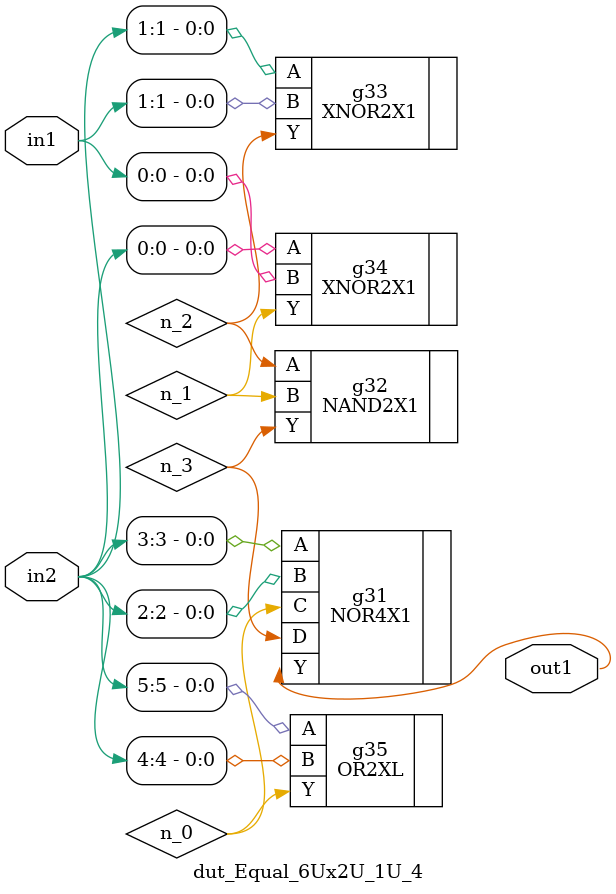
<source format=v>
`timescale 1ps / 1ps


module dut_Equal_6Ux2U_1U_4(in2, in1, out1);
  input [5:0] in2;
  input [1:0] in1;
  output out1;
  wire [5:0] in2;
  wire [1:0] in1;
  wire out1;
  wire n_0, n_1, n_2, n_3;
  NOR4X1 g31(.A (in2[3]), .B (in2[2]), .C (n_0), .D (n_3), .Y (out1));
  NAND2X1 g32(.A (n_2), .B (n_1), .Y (n_3));
  XNOR2X1 g33(.A (in2[1]), .B (in1[1]), .Y (n_2));
  XNOR2X1 g34(.A (in2[0]), .B (in1[0]), .Y (n_1));
  OR2XL g35(.A (in2[5]), .B (in2[4]), .Y (n_0));
endmodule



</source>
